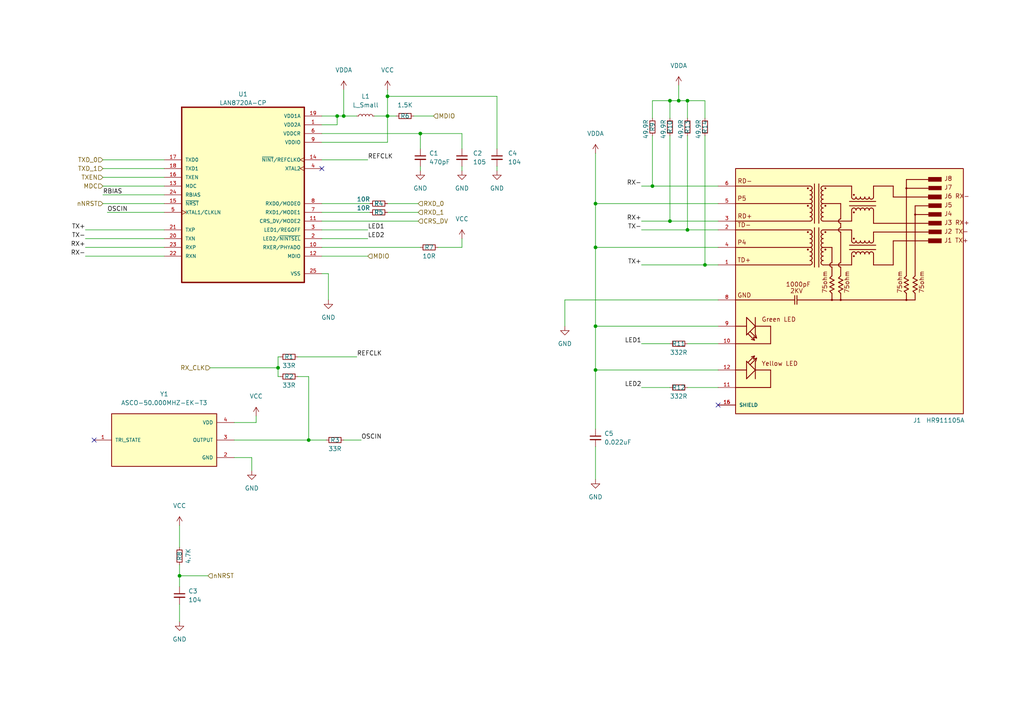
<source format=kicad_sch>
(kicad_sch (version 20211123) (generator eeschema)
  (paper "A4")
  (lib_symbols
    (symbol "ASCO-50.000MHZ-EK-T3:ASCO-50.000MHZ-EK-T3" (pin_names (offset 1.016))
      (property "Reference" "Y" (at -15.24 8.128 0))
      (property "Value" "ASCO-50.000MHZ-EK-T3" (at -15.24 -10.16 0))
      (symbol "ASCO-50.000MHZ-EK-T3_0_0"
        (rectangle (start -15.24 -7.62) (end 15.24 7.62) (stroke (width 0.254)) (fill (type background)))
        (pin passive line (at -20.32 0 0) (length 5.08) (name "TRI_STATE") (number "1"))
        (pin power_in line (at 20.32 -5.08 180) (length 5.08) (name "GND") (number "2"))
        (pin output line (at 20.32 0 180) (length 5.08) (name "OUTPUT") (number "3"))
        (pin power_in line (at 20.32 5.08 180) (length 5.08) (name "VDD") (number "4"))
      )
    )
    (symbol "Device:C_Small" (pin_numbers hide) (pin_names (offset 0.254) hide)
      (property "Reference" "C" (at 0.254 1.778 0))
      (property "Value" "C_Small" (at 0.254 -2.032 0))
      (symbol "C_Small_0_1"
        (polyline (pts (xy -1.524 -0.508) (xy 1.524 -0.508)) (stroke (width 0.3302)))
        (polyline (pts (xy -1.524 0.508) (xy 1.524 0.508)) (stroke (width 0.3048)))
      )
      (symbol "C_Small_1_1"
        (pin passive line (at 0 2.54 270) (length 2.032) (name "~") (number "1"))
        (pin passive line (at 0 -2.54 90) (length 2.032) (name "~") (number "2"))
      )
    )
    (symbol "Device:L_Small" (pin_numbers hide) (pin_names (offset 0.254) hide)
      (property "Reference" "L" (at 0.762 1.016 0))
      (property "Value" "L_Small" (at 0.762 -1.016 0))
      (symbol "L_Small_0_1"
        (arc (start 0 -2.032) (mid 0.508 -1.524) (end 0 -1.016))
        (arc (start 0 -1.016) (mid 0.508 -0.508) (end 0 0))
        (arc (start 0 0) (mid 0.508 0.508) (end 0 1.016))
        (arc (start 0 1.016) (mid 0.508 1.524) (end 0 2.032))
      )
      (symbol "L_Small_1_1"
        (pin passive line (at 0 2.54 270) (length 0.508) (name "~") (number "1"))
        (pin passive line (at 0 -2.54 90) (length 0.508) (name "~") (number "2"))
      )
    )
    (symbol "Device:R_Small" (pin_numbers hide) (pin_names (offset 0.254) hide)
      (property "Reference" "R" (at 0.762 0.508 0))
      (property "Value" "R_Small" (at 0.762 -1.016 0))
      (symbol "R_Small_0_1"
        (rectangle (start -0.762 1.778) (end 0.762 -1.778) (stroke (width 0.2032)))
      )
      (symbol "R_Small_1_1"
        (pin passive line (at 0 2.54 270) (length 0.762) (name "~") (number "1"))
        (pin passive line (at 0 -2.54 90) (length 0.762) (name "~") (number "2"))
      )
    )
    (symbol "HR911105A:HR911105A" (pin_names (offset 1.016))
      (property "Reference" "J" (at -33.1724 36.2458 0))
      (property "Value" "HR911105A" (at -33.1216 -38.227 0))
      (symbol "HR911105A_0_0"
        (rectangle (start -33.02 -35.56) (end 33.02 35.56) (stroke (width 0.254)) (fill (type background)))
        (circle (center -12.065 12.065) (radius 0.1524) (stroke (width 0.254)))
        (circle (center -12.065 17.145) (radius 0.1524) (stroke (width 0.254)))
        (circle (center -12.065 24.765) (radius 0.1524) (stroke (width 0.254)))
        (circle (center -12.065 29.845) (radius 0.1524) (stroke (width 0.254)))
        (arc (start -11.43 7.62) (mid -10.981 7.806) (end -10.795 8.255) (stroke (width 0.254)))
        (arc (start -11.43 8.89) (mid -11.0269 9.1219) (end -10.795 9.525) (stroke (width 0.254)))
        (arc (start -11.43 10.16) (mid -10.981 10.346) (end -10.795 10.795) (stroke (width 0.254)))
        (arc (start -11.43 11.43) (mid -10.981 11.616) (end -10.795 12.065) (stroke (width 0.254)))
        (arc (start -11.43 12.7) (mid -10.981 12.886) (end -10.795 13.335) (stroke (width 0.254)))
        (arc (start -11.43 13.97) (mid -10.981 14.156) (end -10.795 14.605) (stroke (width 0.254)))
        (arc (start -11.43 15.24) (mid -10.981 15.426) (end -10.795 15.875) (stroke (width 0.254)))
        (arc (start -11.43 16.51) (mid -10.981 16.696) (end -10.795 17.145) (stroke (width 0.254)))
        (arc (start -11.43 20.32) (mid -10.981 20.506) (end -10.795 20.955) (stroke (width 0.254)))
        (arc (start -11.43 21.59) (mid -11.0269 21.8219) (end -10.795 22.225) (stroke (width 0.254)))
        (arc (start -11.43 22.86) (mid -10.981 23.046) (end -10.795 23.495) (stroke (width 0.254)))
        (arc (start -11.43 24.13) (mid -10.981 24.316) (end -10.795 24.765) (stroke (width 0.254)))
        (arc (start -11.43 25.4) (mid -10.981 25.586) (end -10.795 26.035) (stroke (width 0.254)))
        (arc (start -11.43 26.67) (mid -10.981 26.856) (end -10.795 27.305) (stroke (width 0.254)))
        (arc (start -11.43 27.94) (mid -10.981 28.126) (end -10.795 28.575) (stroke (width 0.254)))
        (arc (start -11.43 29.21) (mid -10.981 29.396) (end -10.795 29.845) (stroke (width 0.254)))
        (arc (start -10.795 8.255) (mid -10.981 8.704) (end -11.43 8.89) (stroke (width 0.254)))
        (arc (start -10.795 9.525) (mid -10.981 9.974) (end -11.43 10.16) (stroke (width 0.254)))
        (arc (start -10.795 10.795) (mid -10.981 11.244) (end -11.43 11.43) (stroke (width 0.254)))
        (arc (start -10.795 12.065) (mid -10.981 12.514) (end -11.43 12.7) (stroke (width 0.254)))
        (arc (start -10.795 13.335) (mid -10.981 13.784) (end -11.43 13.97) (stroke (width 0.254)))
        (arc (start -10.795 14.605) (mid -10.981 15.054) (end -11.43 15.24) (stroke (width 0.254)))
        (arc (start -10.795 15.875) (mid -10.981 16.324) (end -11.43 16.51) (stroke (width 0.254)))
        (arc (start -10.795 17.145) (mid -10.981 17.594) (end -11.43 17.78) (stroke (width 0.254)))
        (arc (start -10.795 20.955) (mid -10.981 21.404) (end -11.43 21.59) (stroke (width 0.254)))
        (arc (start -10.795 22.225) (mid -10.981 22.674) (end -11.43 22.86) (stroke (width 0.254)))
        (arc (start -10.795 23.495) (mid -10.981 23.944) (end -11.43 24.13) (stroke (width 0.254)))
        (arc (start -10.795 24.765) (mid -10.981 25.214) (end -11.43 25.4) (stroke (width 0.254)))
        (arc (start -10.795 26.035) (mid -10.981 26.484) (end -11.43 26.67) (stroke (width 0.254)))
        (arc (start -10.795 27.305) (mid -10.981 27.754) (end -11.43 27.94) (stroke (width 0.254)))
        (arc (start -10.795 28.575) (mid -10.981 29.024) (end -11.43 29.21) (stroke (width 0.254)))
        (arc (start -10.795 29.845) (mid -10.981 30.294) (end -11.43 30.48) (stroke (width 0.254)))
        (arc (start -8.255 8.255) (mid -8.069 7.806) (end -7.62 7.62) (stroke (width 0.254)))
        (arc (start -8.255 9.525) (mid -8.069 9.076) (end -7.62 8.89) (stroke (width 0.254)))
        (arc (start -8.255 10.795) (mid -8.069 10.346) (end -7.62 10.16) (stroke (width 0.254)))
        (arc (start -8.255 12.065) (mid -8.069 11.616) (end -7.62 11.43) (stroke (width 0.254)))
        (arc (start -8.255 13.335) (mid -8.069 12.886) (end -7.62 12.7) (stroke (width 0.254)))
        (arc (start -8.255 14.605) (mid -8.069 14.156) (end -7.62 13.97) (stroke (width 0.254)))
        (arc (start -8.255 15.875) (mid -8.069 15.426) (end -7.62 15.24) (stroke (width 0.254)))
        (arc (start -8.255 17.145) (mid -8.069 16.696) (end -7.62 16.51) (stroke (width 0.254)))
        (arc (start -8.255 20.955) (mid -8.069 20.506) (end -7.62 20.32) (stroke (width 0.254)))
        (arc (start -8.255 22.225) (mid -8.069 21.776) (end -7.62 21.59) (stroke (width 0.254)))
        (arc (start -8.255 23.495) (mid -8.069 23.046) (end -7.62 22.86) (stroke (width 0.254)))
        (arc (start -8.255 24.765) (mid -8.069 24.316) (end -7.62 24.13) (stroke (width 0.254)))
        (arc (start -8.255 26.035) (mid -8.069 25.586) (end -7.62 25.4) (stroke (width 0.254)))
        (arc (start -8.255 27.305) (mid -8.069 26.856) (end -7.62 26.67) (stroke (width 0.254)))
        (arc (start -8.255 28.575) (mid -8.069 28.126) (end -7.62 27.94) (stroke (width 0.254)))
        (arc (start -8.255 29.845) (mid -8.069 29.396) (end -7.62 29.21) (stroke (width 0.254)))
        (arc (start -7.62 8.89) (mid -8.069 8.704) (end -8.255 8.255) (stroke (width 0.254)))
        (arc (start -7.62 10.16) (mid -8.069 9.974) (end -8.255 9.525) (stroke (width 0.254)))
        (arc (start -7.62 11.43) (mid -8.069 11.244) (end -8.255 10.795) (stroke (width 0.254)))
        (arc (start -7.62 12.7) (mid -8.069 12.514) (end -8.255 12.065) (stroke (width 0.254)))
        (arc (start -7.62 13.97) (mid -8.069 13.784) (end -8.255 13.335) (stroke (width 0.254)))
        (arc (start -7.62 15.24) (mid -8.069 15.054) (end -8.255 14.605) (stroke (width 0.254)))
        (arc (start -7.62 16.51) (mid -8.0231 16.2781) (end -8.255 15.875) (stroke (width 0.254)))
        (arc (start -7.62 17.78) (mid -8.069 17.594) (end -8.255 17.145) (stroke (width 0.254)))
        (arc (start -7.62 21.59) (mid -8.069 21.404) (end -8.255 20.955) (stroke (width 0.254)))
        (arc (start -7.62 22.86) (mid -8.069 22.674) (end -8.255 22.225) (stroke (width 0.254)))
        (arc (start -7.62 24.13) (mid -8.069 23.944) (end -8.255 23.495) (stroke (width 0.254)))
        (arc (start -7.62 25.4) (mid -8.069 25.214) (end -8.255 24.765) (stroke (width 0.254)))
        (arc (start -7.62 26.67) (mid -8.069 26.484) (end -8.255 26.035) (stroke (width 0.254)))
        (arc (start -7.62 27.94) (mid -8.069 27.754) (end -8.255 27.305) (stroke (width 0.254)))
        (arc (start -7.62 29.21) (mid -8.0231 28.9781) (end -8.255 28.575) (stroke (width 0.254)))
        (arc (start -7.62 30.48) (mid -8.069 30.294) (end -8.255 29.845) (stroke (width 0.254)))
        (circle (center -6.985 12.065) (radius 0.1524) (stroke (width 0.254)))
        (circle (center -6.985 17.145) (radius 0.1524) (stroke (width 0.254)))
        (circle (center -6.985 24.765) (radius 0.1524) (stroke (width 0.254)))
        (circle (center -6.985 29.845) (radius 0.1524) (stroke (width 0.254)))
        (arc (start -5.715 7.62) (mid -5.529 7.171) (end -5.08 6.985) (stroke (width 0.254)))
        (circle (center -5.08 -2.54) (radius 0.1778) (stroke (width 0.254)))
        (arc (start -5.08 8.255) (mid -5.529 8.069) (end -5.715 7.62) (stroke (width 0.254)))
        (arc (start -3.175 7.62) (mid -2.989 7.171) (end -2.54 6.985) (stroke (width 0.254)))
        (arc (start -3.175 17.78) (mid -2.989 17.331) (end -2.54 17.145) (stroke (width 0.254)))
        (arc (start -3.175 20.32) (mid -2.989 19.871) (end -2.54 19.685) (stroke (width 0.254)))
        (circle (center -2.54 -2.54) (radius 0.1778) (stroke (width 0.254)))
        (arc (start -2.54 8.255) (mid -2.989 8.069) (end -3.175 7.62) (stroke (width 0.254)))
        (arc (start -2.54 18.415) (mid -2.989 18.229) (end -3.175 17.78) (stroke (width 0.254)))
        (arc (start -2.54 20.955) (mid -2.989 20.769) (end -3.175 20.32) (stroke (width 0.254)))
        (polyline (pts (xy -33.02 -27.94) (xy -22.86 -27.94)) (stroke (width 0.254)))
        (polyline (pts (xy -33.02 -15.24) (xy -22.86 -15.24)) (stroke (width 0.254)))
        (polyline (pts (xy -33.02 12.7) (xy -11.43 12.7)) (stroke (width 0.254)))
        (polyline (pts (xy -33.02 20.32) (xy -11.43 20.32)) (stroke (width 0.254)))
        (polyline (pts (xy -29.845 -25.4) (xy -27.305 -22.86)) (stroke (width 0.254)))
        (polyline (pts (xy -29.845 -22.86) (xy -33.02 -22.86)) (stroke (width 0.254)))
        (polyline (pts (xy -29.845 -22.86) (xy -29.845 -25.4)) (stroke (width 0.254)))
        (polyline (pts (xy -29.845 -20.32) (xy -29.845 -22.86)) (stroke (width 0.254)))
        (polyline (pts (xy -29.845 -12.7) (xy -29.845 -10.16)) (stroke (width 0.254)))
        (polyline (pts (xy -29.845 -10.16) (xy -33.02 -10.16)) (stroke (width 0.254)))
        (polyline (pts (xy -29.845 -10.16) (xy -29.845 -7.62)) (stroke (width 0.254)))
        (polyline (pts (xy -29.845 -7.62) (xy -27.305 -10.16)) (stroke (width 0.254)))
        (polyline (pts (xy -29.464 -20.701) (xy -29.845 -20.32)) (stroke (width 0.254)))
        (polyline (pts (xy -29.464 -20.701) (xy -27.559 -18.796)) (stroke (width 0.254)))
        (polyline (pts (xy -29.464 -12.319) (xy -29.845 -12.7)) (stroke (width 0.254)))
        (polyline (pts (xy -29.464 -12.319) (xy -27.559 -14.224)) (stroke (width 0.254)))
        (polyline (pts (xy -28.829 -21.336) (xy -29.464 -20.701)) (stroke (width 0.254)))
        (polyline (pts (xy -28.829 -21.336) (xy -26.924 -19.431)) (stroke (width 0.254)))
        (polyline (pts (xy -28.829 -11.684) (xy -29.464 -12.319)) (stroke (width 0.254)))
        (polyline (pts (xy -28.829 -11.684) (xy -26.924 -13.589)) (stroke (width 0.254)))
        (polyline (pts (xy -27.559 -18.796) (xy -28.448 -19.05)) (stroke (width 0.254)))
        (polyline (pts (xy -27.559 -18.796) (xy -27.813 -19.685)) (stroke (width 0.254)))
        (polyline (pts (xy -27.559 -14.224) (xy -28.448 -13.97)) (stroke (width 0.254)))
        (polyline (pts (xy -27.559 -14.224) (xy -27.813 -13.335)) (stroke (width 0.254)))
        (polyline (pts (xy -27.305 -22.86) (xy -28.829 -21.336)) (stroke (width 0.254)))
        (polyline (pts (xy -27.305 -22.86) (xy -27.305 -25.4)) (stroke (width 0.254)))
        (polyline (pts (xy -27.305 -22.86) (xy -22.86 -22.86)) (stroke (width 0.254)))
        (polyline (pts (xy -27.305 -20.32) (xy -27.305 -22.86)) (stroke (width 0.254)))
        (polyline (pts (xy -27.305 -12.7) (xy -27.305 -10.16)) (stroke (width 0.254)))
        (polyline (pts (xy -27.305 -10.16) (xy -28.829 -11.684)) (stroke (width 0.254)))
        (polyline (pts (xy -27.305 -10.16) (xy -27.305 -7.62)) (stroke (width 0.254)))
        (polyline (pts (xy -27.305 -10.16) (xy -22.86 -10.16)) (stroke (width 0.254)))
        (polyline (pts (xy -26.924 -19.431) (xy -27.813 -19.685)) (stroke (width 0.254)))
        (polyline (pts (xy -26.924 -19.431) (xy -27.178 -20.32)) (stroke (width 0.254)))
        (polyline (pts (xy -26.924 -13.589) (xy -27.813 -13.335)) (stroke (width 0.254)))
        (polyline (pts (xy -26.924 -13.589) (xy -27.178 -12.7)) (stroke (width 0.254)))
        (polyline (pts (xy -22.86 -27.94) (xy -22.86 -22.86)) (stroke (width 0.254)))
        (polyline (pts (xy -22.86 -15.24) (xy -22.86 -10.16)) (stroke (width 0.254)))
        (polyline (pts (xy -15.875 -2.54) (xy -33.02 -2.54)) (stroke (width 0.254)))
        (polyline (pts (xy -15.875 -2.54) (xy -15.875 -3.81)) (stroke (width 0.254)))
        (polyline (pts (xy -15.875 -1.27) (xy -15.875 -2.54)) (stroke (width 0.254)))
        (polyline (pts (xy -15.24 -2.54) (xy -15.24 -3.81)) (stroke (width 0.254)))
        (polyline (pts (xy -15.24 -2.54) (xy -15.24 -1.27)) (stroke (width 0.254)))
        (polyline (pts (xy -11.43 7.62) (xy -33.02 7.62)) (stroke (width 0.254)))
        (polyline (pts (xy -11.43 17.78) (xy -33.02 17.78)) (stroke (width 0.254)))
        (polyline (pts (xy -11.43 25.4) (xy -33.02 25.4)) (stroke (width 0.254)))
        (polyline (pts (xy -11.43 30.48) (xy -33.02 30.48)) (stroke (width 0.254)))
        (polyline (pts (xy -10.16 18.415) (xy -10.16 6.985)) (stroke (width 0.254)))
        (polyline (pts (xy -10.16 31.115) (xy -10.16 19.685)) (stroke (width 0.254)))
        (polyline (pts (xy -8.89 18.415) (xy -8.89 6.985)) (stroke (width 0.254)))
        (polyline (pts (xy -8.89 31.115) (xy -8.89 19.685)) (stroke (width 0.254)))
        (polyline (pts (xy -7.62 7.62) (xy -5.715 7.62)) (stroke (width 0.254)))
        (polyline (pts (xy -7.62 20.32) (xy -3.175 20.32)) (stroke (width 0.254)))
        (polyline (pts (xy -7.62 25.4) (xy -2.54 25.4)) (stroke (width 0.254)))
        (polyline (pts (xy -5.715 0) (xy -5.08 -0.635)) (stroke (width 0.254)))
        (polyline (pts (xy -5.715 1.27) (xy -4.445 0.635)) (stroke (width 0.254)))
        (polyline (pts (xy -5.715 2.54) (xy -4.445 1.905)) (stroke (width 0.254)))
        (polyline (pts (xy -5.715 3.81) (xy -4.445 3.175)) (stroke (width 0.254)))
        (polyline (pts (xy -5.715 7.62) (xy -3.175 7.62)) (stroke (width 0.254)))
        (polyline (pts (xy -5.08 -2.54) (xy -15.24 -2.54)) (stroke (width 0.254)))
        (polyline (pts (xy -5.08 -0.635) (xy -5.08 -2.54)) (stroke (width 0.254)))
        (polyline (pts (xy -5.08 4.445) (xy -5.715 3.81)) (stroke (width 0.254)))
        (polyline (pts (xy -5.08 6.985) (xy -5.08 4.445)) (stroke (width 0.254)))
        (polyline (pts (xy -5.08 8.255) (xy -5.08 12.7)) (stroke (width 0.254)))
        (polyline (pts (xy -5.08 12.7) (xy -7.62 12.7)) (stroke (width 0.254)))
        (polyline (pts (xy -4.445 0.635) (xy -5.715 0)) (stroke (width 0.254)))
        (polyline (pts (xy -4.445 1.905) (xy -5.715 1.27)) (stroke (width 0.254)))
        (polyline (pts (xy -4.445 3.175) (xy -5.715 2.54)) (stroke (width 0.254)))
        (polyline (pts (xy -3.175 0) (xy -2.54 -0.635)) (stroke (width 0.254)))
        (polyline (pts (xy -3.175 1.27) (xy -1.905 0.635)) (stroke (width 0.254)))
        (polyline (pts (xy -3.175 2.54) (xy -1.905 1.905)) (stroke (width 0.254)))
        (polyline (pts (xy -3.175 3.81) (xy -1.905 3.175)) (stroke (width 0.254)))
        (polyline (pts (xy -3.175 7.62) (xy 0.635 7.62)) (stroke (width 0.254)))
        (polyline (pts (xy -3.175 17.78) (xy -7.62 17.78)) (stroke (width 0.254)))
        (polyline (pts (xy -3.175 20.32) (xy 0.635 20.32)) (stroke (width 0.254)))
        (polyline (pts (xy -2.54 -0.635) (xy -2.54 -2.54)) (stroke (width 0.254)))
        (polyline (pts (xy -2.54 4.445) (xy -3.175 3.81)) (stroke (width 0.254)))
        (polyline (pts (xy -2.54 6.985) (xy -2.54 4.445)) (stroke (width 0.254)))
        (polyline (pts (xy -2.54 17.145) (xy -2.54 8.255)) (stroke (width 0.254)))
        (polyline (pts (xy -2.54 19.685) (xy -2.54 18.415)) (stroke (width 0.254)))
        (polyline (pts (xy -2.54 25.4) (xy -2.54 20.955)) (stroke (width 0.254)))
        (polyline (pts (xy -1.905 0.635) (xy -3.175 0)) (stroke (width 0.254)))
        (polyline (pts (xy -1.905 1.905) (xy -3.175 1.27)) (stroke (width 0.254)))
        (polyline (pts (xy -1.905 3.175) (xy -3.175 2.54)) (stroke (width 0.254)))
        (polyline (pts (xy 0 12.065) (xy 7.62 12.065)) (stroke (width 0.254)))
        (polyline (pts (xy 0 13.335) (xy 7.62 13.335)) (stroke (width 0.254)))
        (polyline (pts (xy 0 24.765) (xy 7.62 24.765)) (stroke (width 0.254)))
        (polyline (pts (xy 0 26.035) (xy 7.62 26.035)) (stroke (width 0.254)))
        (polyline (pts (xy 0.635 7.62) (xy 0.635 10.795)) (stroke (width 0.254)))
        (polyline (pts (xy 0.635 14.605) (xy 0.635 17.78)) (stroke (width 0.254)))
        (polyline (pts (xy 0.635 17.78) (xy -3.175 17.78)) (stroke (width 0.254)))
        (polyline (pts (xy 0.635 20.32) (xy 0.635 23.495)) (stroke (width 0.254)))
        (polyline (pts (xy 0.635 27.305) (xy 0.635 30.48)) (stroke (width 0.254)))
        (polyline (pts (xy 0.635 30.48) (xy -7.62 30.48)) (stroke (width 0.254)))
        (polyline (pts (xy 6.985 10.795) (xy 6.985 7.62)) (stroke (width 0.254)))
        (polyline (pts (xy 6.985 17.145) (xy 6.985 14.605)) (stroke (width 0.254)))
        (polyline (pts (xy 6.985 23.495) (xy 6.985 19.685)) (stroke (width 0.254)))
        (polyline (pts (xy 6.985 30.48) (xy 6.985 27.305)) (stroke (width 0.254)))
        (polyline (pts (xy 12.7 7.62) (xy 6.985 7.62)) (stroke (width 0.254)))
        (polyline (pts (xy 12.7 14.605) (xy 12.7 7.62)) (stroke (width 0.254)))
        (polyline (pts (xy 12.7 27.305) (xy 12.7 30.48)) (stroke (width 0.254)))
        (polyline (pts (xy 12.7 30.48) (xy 6.985 30.48)) (stroke (width 0.254)))
        (polyline (pts (xy 15.875 0) (xy 16.51 -0.635)) (stroke (width 0.254)))
        (polyline (pts (xy 15.875 1.27) (xy 17.145 0.635)) (stroke (width 0.254)))
        (polyline (pts (xy 15.875 2.54) (xy 17.145 1.905)) (stroke (width 0.254)))
        (polyline (pts (xy 15.875 3.81) (xy 17.145 3.175)) (stroke (width 0.254)))
        (polyline (pts (xy 16.51 -0.635) (xy 16.51 -2.54)) (stroke (width 0.254)))
        (polyline (pts (xy 16.51 4.445) (xy 15.875 3.81)) (stroke (width 0.254)))
        (polyline (pts (xy 16.51 29.845) (xy 16.51 4.445)) (stroke (width 0.254)))
        (polyline (pts (xy 16.51 29.845) (xy 23.495 29.845)) (stroke (width 0.254)))
        (polyline (pts (xy 16.51 32.385) (xy 16.51 29.845)) (stroke (width 0.254)))
        (polyline (pts (xy 17.145 0.635) (xy 15.875 0)) (stroke (width 0.254)))
        (polyline (pts (xy 17.145 1.905) (xy 15.875 1.27)) (stroke (width 0.254)))
        (polyline (pts (xy 17.145 3.175) (xy 15.875 2.54)) (stroke (width 0.254)))
        (polyline (pts (xy 18.415 0) (xy 19.05 -0.635)) (stroke (width 0.254)))
        (polyline (pts (xy 18.415 1.27) (xy 19.685 0.635)) (stroke (width 0.254)))
        (polyline (pts (xy 18.415 2.54) (xy 19.685 1.905)) (stroke (width 0.254)))
        (polyline (pts (xy 18.415 3.81) (xy 19.685 3.175)) (stroke (width 0.254)))
        (polyline (pts (xy 19.05 -2.54) (xy -5.08 -2.54)) (stroke (width 0.254)))
        (polyline (pts (xy 19.05 -0.635) (xy 19.05 -2.54)) (stroke (width 0.254)))
        (polyline (pts (xy 19.05 4.445) (xy 18.415 3.81)) (stroke (width 0.254)))
        (polyline (pts (xy 19.05 22.225) (xy 19.05 4.445)) (stroke (width 0.254)))
        (polyline (pts (xy 19.05 22.225) (xy 23.495 22.225)) (stroke (width 0.254)))
        (polyline (pts (xy 19.05 24.765) (xy 19.05 22.225)) (stroke (width 0.254)))
        (polyline (pts (xy 19.685 0.635) (xy 18.415 0)) (stroke (width 0.254)))
        (polyline (pts (xy 19.685 1.905) (xy 18.415 1.27)) (stroke (width 0.254)))
        (polyline (pts (xy 19.685 3.175) (xy 18.415 2.54)) (stroke (width 0.254)))
        (polyline (pts (xy 23.495 14.605) (xy 12.7 14.605)) (stroke (width 0.254)))
        (polyline (pts (xy 23.495 17.145) (xy 6.985 17.145)) (stroke (width 0.254)))
        (polyline (pts (xy 23.495 19.685) (xy 6.985 19.685)) (stroke (width 0.254)))
        (polyline (pts (xy 23.495 24.765) (xy 19.05 24.765)) (stroke (width 0.254)))
        (polyline (pts (xy 23.495 27.305) (xy 12.7 27.305)) (stroke (width 0.254)))
        (polyline (pts (xy 23.495 32.385) (xy 16.51 32.385)) (stroke (width 0.254)))
        (arc (start 0.635 14.605) (mid 0.821 14.156) (end 1.27 13.97) (stroke (width 0.254)))
        (arc (start 0.635 27.305) (mid 0.821 26.856) (end 1.27 26.67) (stroke (width 0.254)))
        (circle (center 1.27 10.16) (radius 0.1524) (stroke (width 0.254)))
        (arc (start 1.27 11.43) (mid 0.821 11.244) (end 0.635 10.795) (stroke (width 0.254)))
        (arc (start 1.27 13.97) (mid 1.719 14.156) (end 1.905 14.605) (stroke (width 0.254)))
        (circle (center 1.27 15.24) (radius 0.1524) (stroke (width 0.254)))
        (circle (center 1.27 22.86) (radius 0.1524) (stroke (width 0.254)))
        (arc (start 1.27 24.13) (mid 0.821 23.944) (end 0.635 23.495) (stroke (width 0.254)))
        (arc (start 1.27 26.67) (mid 1.719 26.856) (end 1.905 27.305) (stroke (width 0.254)))
        (circle (center 1.27 27.94) (radius 0.1524) (stroke (width 0.254)))
        (arc (start 1.905 10.795) (mid 1.719 11.244) (end 1.27 11.43) (stroke (width 0.254)))
        (arc (start 1.905 14.605) (mid 2.091 14.156) (end 2.54 13.97) (stroke (width 0.254)))
        (arc (start 1.905 23.495) (mid 1.719 23.944) (end 1.27 24.13) (stroke (width 0.254)))
        (arc (start 1.905 27.305) (mid 2.091 26.856) (end 2.54 26.67) (stroke (width 0.254)))
        (arc (start 2.54 11.43) (mid 2.091 11.244) (end 1.905 10.795) (stroke (width 0.254)))
        (arc (start 2.54 13.97) (mid 2.989 14.156) (end 3.175 14.605) (stroke (width 0.254)))
        (arc (start 2.54 24.13) (mid 2.091 23.944) (end 1.905 23.495) (stroke (width 0.254)))
        (arc (start 2.54 26.67) (mid 2.989 26.856) (end 3.175 27.305) (stroke (width 0.254)))
        (arc (start 3.175 10.795) (mid 2.989 11.244) (end 2.54 11.43) (stroke (width 0.254)))
        (arc (start 3.175 14.605) (mid 3.361 14.156) (end 3.81 13.97) (stroke (width 0.254)))
        (arc (start 3.175 23.495) (mid 2.989 23.944) (end 2.54 24.13) (stroke (width 0.254)))
        (arc (start 3.175 27.305) (mid 3.361 26.856) (end 3.81 26.67) (stroke (width 0.254)))
        (arc (start 3.81 11.43) (mid 3.361 11.244) (end 3.175 10.795) (stroke (width 0.254)))
        (arc (start 3.81 13.97) (mid 4.259 14.156) (end 4.445 14.605) (stroke (width 0.254)))
        (arc (start 3.81 24.13) (mid 3.361 23.944) (end 3.175 23.495) (stroke (width 0.254)))
        (arc (start 3.81 26.67) (mid 4.259 26.856) (end 4.445 27.305) (stroke (width 0.254)))
        (arc (start 4.445 10.795) (mid 4.259 11.244) (end 3.81 11.43) (stroke (width 0.254)))
        (arc (start 4.445 14.605) (mid 4.631 14.156) (end 5.08 13.97) (stroke (width 0.254)))
        (arc (start 4.445 23.495) (mid 4.259 23.944) (end 3.81 24.13) (stroke (width 0.254)))
        (arc (start 4.445 27.305) (mid 4.631 26.856) (end 5.08 26.67) (stroke (width 0.254)))
        (arc (start 5.08 11.43) (mid 4.631 11.244) (end 4.445 10.795) (stroke (width 0.254)))
        (arc (start 5.08 13.97) (mid 5.529 14.156) (end 5.715 14.605) (stroke (width 0.254)))
        (arc (start 5.08 24.13) (mid 4.631 23.944) (end 4.445 23.495) (stroke (width 0.254)))
        (arc (start 5.08 26.67) (mid 5.529 26.856) (end 5.715 27.305) (stroke (width 0.254)))
        (arc (start 5.715 10.795) (mid 5.529 11.244) (end 5.08 11.43) (stroke (width 0.254)))
        (arc (start 5.715 14.605) (mid 5.901 14.156) (end 6.35 13.97) (stroke (width 0.254)))
        (arc (start 5.715 23.495) (mid 5.529 23.944) (end 5.08 24.13) (stroke (width 0.254)))
        (arc (start 5.715 27.305) (mid 5.901 26.856) (end 6.35 26.67) (stroke (width 0.254)))
        (arc (start 6.35 11.43) (mid 5.901 11.244) (end 5.715 10.795) (stroke (width 0.254)))
        (arc (start 6.35 13.97) (mid 6.799 14.156) (end 6.985 14.605) (stroke (width 0.254)))
        (arc (start 6.35 24.13) (mid 5.901 23.944) (end 5.715 23.495) (stroke (width 0.254)))
        (arc (start 6.35 26.67) (mid 6.799 26.856) (end 6.985 27.305) (stroke (width 0.254)))
        (arc (start 6.985 10.795) (mid 6.799 11.244) (end 6.35 11.43) (stroke (width 0.254)))
        (arc (start 6.985 23.495) (mid 6.799 23.944) (end 6.35 24.13) (stroke (width 0.254)))
        (circle (center 16.51 -2.54) (radius 0.1778) (stroke (width 0.254)))
        (circle (center 16.51 29.845) (radius 0.1778) (stroke (width 0.254)))
        (circle (center 19.05 22.225) (radius 0.1778) (stroke (width 0.254)))
        (rectangle (start 22.8854 26.7208) (end 26.67 27.94) (fill (type outline)))
        (rectangle (start 22.9108 13.9954) (end 26.67 15.24) (fill (type outline)))
        (rectangle (start 22.9108 31.8262) (end 26.67 33.02) (fill (type outline)))
        (rectangle (start 22.9616 19.1262) (end 26.67 20.32) (fill (type outline)))
        (rectangle (start 22.9616 21.6916) (end 26.6446 22.8346) (fill (type outline)))
        (rectangle (start 22.9616 24.2316) (end 26.67 25.4) (fill (type outline)))
        (rectangle (start 22.987 29.3624) (end 26.67 30.4546) (fill (type outline)))
        (rectangle (start 23.0124 16.6116) (end 26.67 17.78) (fill (type outline)))
        (text "1000pF" (at -18.4912 1.2446 0) (effects (font (size 1.27 1.27)) (justify left bottom)))
        (text "2KV" (at -17.2212 -0.6604 0) (effects (font (size 1.27 1.27)) (justify left bottom)))
        (text "75ohm" (at -6.4008 -0.6604 900) (effects (font (size 1.27 1.27)) (justify left bottom)))
        (text "75ohm" (at 0 -0.6604 900) (effects (font (size 1.27 1.27)) (justify left bottom)))
        (text "75ohm" (at 15.3416 -0.6604 900) (effects (font (size 1.27 1.27)) (justify left bottom)))
        (text "75ohm" (at 21.6916 -0.6604 900) (effects (font (size 1.27 1.27)) (justify left bottom)))
        (text "GND" (at -32.5374 -1.905 0) (effects (font (size 1.27 1.27)) (justify left bottom)))
        (text "Green LED" (at -25.5016 -8.9154 0) (effects (font (size 1.27 1.27)) (justify left bottom)))
        (text "J1 TX+" (at 27.432 13.9954 0) (effects (font (size 1.27 1.27)) (justify left bottom)))
        (text "J2 TX-" (at 27.4574 16.5862 0) (effects (font (size 1.27 1.27)) (justify left bottom)))
        (text "J3 RX+" (at 27.4574 19.1516 0) (effects (font (size 1.27 1.27)) (justify left bottom)))
        (text "J4" (at 27.4574 21.717 0) (effects (font (size 1.27 1.27)) (justify left bottom)))
        (text "J5" (at 27.4828 24.257 0) (effects (font (size 1.27 1.27)) (justify left bottom)))
        (text "J6 RX-" (at 27.4574 26.8224 0) (effects (font (size 1.27 1.27)) (justify left bottom)))
        (text "J7" (at 27.4574 29.3624 0) (effects (font (size 1.27 1.27)) (justify left bottom)))
        (text "J8" (at 27.4574 31.9278 0) (effects (font (size 1.27 1.27)) (justify left bottom)))
        (text "P4" (at -32.5374 13.4112 0) (effects (font (size 1.27 1.27)) (justify left bottom)))
        (text "P5" (at -32.5374 26.162 0) (effects (font (size 1.27 1.27)) (justify left bottom)))
        (text "RD+" (at -32.4866 21.0312 0) (effects (font (size 1.27 1.27)) (justify left bottom)))
        (text "RD-" (at -32.4866 31.2166 0) (effects (font (size 1.27 1.27)) (justify left bottom)))
        (text "TD+" (at -32.5628 8.3058 0) (effects (font (size 1.27 1.27)) (justify left bottom)))
        (text "TD-" (at -32.512 18.4912 0) (effects (font (size 1.27 1.27)) (justify left bottom)))
        (text "Yellow LED" (at -25.527 -21.717 0) (effects (font (size 1.27 1.27)) (justify left bottom)))
        (pin passive line (at -38.1 7.62 0) (length 5.08) (name "~") (number "1"))
        (pin passive line (at -38.1 -15.24 0) (length 5.08) (name "~") (number "10"))
        (pin passive line (at -38.1 -27.94 0) (length 5.08) (name "~") (number "11"))
        (pin passive line (at -38.1 -22.86 0) (length 5.08) (name "~") (number "12"))
        (pin passive line (at -38.1 -33.02 0) (length 5.08) (name "SHIELD") (number "15"))
        (pin passive line (at -38.1 -33.02 0) (length 5.08) (name "SHIELD") (number "16"))
        (pin passive line (at -38.1 17.78 0) (length 5.08) (name "~") (number "2"))
        (pin passive line (at -38.1 20.32 0) (length 5.08) (name "~") (number "3"))
        (pin passive line (at -38.1 12.7 0) (length 5.08) (name "~") (number "4"))
        (pin passive line (at -38.1 25.4 0) (length 5.08) (name "~") (number "5"))
        (pin passive line (at -38.1 30.48 0) (length 5.08) (name "~") (number "6"))
        (pin power_in line (at -38.1 -2.54 0) (length 5.08) (name "~") (number "8"))
        (pin passive line (at -38.1 -10.16 0) (length 5.08) (name "~") (number "9"))
      )
    )
    (symbol "LAN8720A-CP:LAN8720A-CP" (pin_names (offset 1.016))
      (property "Reference" "U" (at -17.78 25.4 0))
      (property "Value" "LAN8720A-CP" (at -17.8054 -27.9908 0))
      (symbol "LAN8720A-CP_0_0"
        (rectangle (start -17.78 -25.4) (end 17.78 25.4) (stroke (width 0.4064)) (fill (type background)))
        (pin power_in line (at 22.86 20.32 180) (length 5.08) (name "VDD2A") (number "1"))
        (pin bidirectional line (at 22.86 -15.24 180) (length 5.08) (name "RXER/PHYADO") (number "10"))
        (pin bidirectional line (at 22.86 -7.62 180) (length 5.08) (name "CRS_DV/MODE2") (number "11"))
        (pin bidirectional line (at 22.86 -17.78 180) (length 5.08) (name "MDIO") (number "12"))
        (pin input line (at -22.86 2.54 0) (length 5.08) (name "MDC") (number "13"))
        (pin output clock (at 22.86 10.16 180) (length 5.08) (name "~{NINT}/REFCLKO") (number "14"))
        (pin input line (at -22.86 -2.54 0) (length 5.08) (name "~{NRST}") (number "15"))
        (pin input line (at -22.86 5.08 0) (length 5.08) (name "TXEN") (number "16"))
        (pin input line (at -22.86 10.16 0) (length 5.08) (name "TXD0") (number "17"))
        (pin input line (at -22.86 7.62 0) (length 5.08) (name "TXD1") (number "18"))
        (pin power_in line (at 22.86 22.86 180) (length 5.08) (name "VDD1A") (number "19"))
        (pin bidirectional line (at 22.86 -12.7 180) (length 5.08) (name "LED2/~{NINTSEL}") (number "2"))
        (pin bidirectional line (at -22.86 -12.7 0) (length 5.08) (name "TXN") (number "20"))
        (pin bidirectional line (at -22.86 -10.16 0) (length 5.08) (name "TXP") (number "21"))
        (pin bidirectional line (at -22.86 -17.78 0) (length 5.08) (name "RXN") (number "22"))
        (pin bidirectional line (at -22.86 -15.24 0) (length 5.08) (name "RXP") (number "23"))
        (pin input line (at -22.86 0 0) (length 5.08) (name "RBIAS") (number "24"))
        (pin power_in line (at 22.86 -22.86 180) (length 5.08) (name "VSS") (number "25"))
        (pin bidirectional line (at 22.86 -10.16 180) (length 5.08) (name "LED1/REGOFF") (number "3"))
        (pin output clock (at 22.86 7.62 180) (length 5.08) (name "XTAL2") (number "4"))
        (pin input clock (at -22.86 -5.08 0) (length 5.08) (name "XTAL1/CLKLN") (number "5"))
        (pin power_in line (at 22.86 17.78 180) (length 5.08) (name "VDDCR") (number "6"))
        (pin bidirectional line (at 22.86 -5.08 180) (length 5.08) (name "RXD1/MODE1") (number "7"))
        (pin bidirectional line (at 22.86 -2.54 180) (length 5.08) (name "RXD0/MODE0") (number "8"))
        (pin power_in line (at 22.86 15.24 180) (length 5.08) (name "VDDIO") (number "9"))
      )
    )
    (symbol "power:GND" (power) (pin_names (offset 0))
      (property "Value" "GND" (at 0 -3.81 0))
      (symbol "GND_0_1"
        (polyline (pts (xy 0 0) (xy 0 -1.27) (xy 1.27 -1.27) (xy 0 -2.54) (xy -1.27 -1.27) (xy 0 -1.27)))
      )
      (symbol "GND_1_1"
        (pin power_in line (at 0 0 270) (length 0) hide (name "GND") (number "1"))
      )
    )
    (symbol "power:VCC" (power) (pin_names (offset 0))
      (property "Value" "VCC" (at 0 3.81 0))
      (symbol "VCC_0_1"
        (polyline (pts (xy -0.762 1.27) (xy 0 2.54)))
        (polyline (pts (xy 0 0) (xy 0 2.54)))
        (polyline (pts (xy 0 2.54) (xy 0.762 1.27)))
      )
      (symbol "VCC_1_1"
        (pin power_in line (at 0 0 90) (length 0) hide (name "VCC") (number "1"))
      )
    )
    (symbol "power:VDDA" (power) (pin_names (offset 0))
      (property "Value" "VDDA" (at 0 3.81 0))
      (symbol "VDDA_0_1"
        (polyline (pts (xy -0.762 1.27) (xy 0 2.54)))
        (polyline (pts (xy 0 0) (xy 0 2.54)))
        (polyline (pts (xy 0 2.54) (xy 0.762 1.27)))
      )
      (symbol "VDDA_1_1"
        (pin power_in line (at 0 0 90) (length 0) hide (name "VDDA") (number "1"))
      )
    )
  )
  (junction (at 204.47 76.835))
  (junction (at 196.85 29.21))
  (junction (at 172.72 59.055))
  (junction (at 199.39 66.675))
  (junction (at 112.395 27.94))
  (junction (at 189.23 53.975))
  (junction (at 99.695 33.655))
  (junction (at 52.07 167.005))
  (junction (at 89.535 127.635))
  (junction (at 172.72 94.615))
  (junction (at 194.31 64.135))
  (junction (at 194.31 29.21))
  (junction (at 112.395 33.655))
  (junction (at 80.645 106.68))
  (junction (at 121.92 38.735))
  (junction (at 199.39 29.21))
  (junction (at 97.79 33.655))
  (junction (at 172.72 71.755))
  (junction (at 172.72 107.315))
  (no_connect (at 93.345 48.895))
  (no_connect (at 27.305 127.635))
  (no_connect (at 208.28 117.475))
  (wire (pts (xy 172.72 44.45) (xy 172.72 59.055)))
  (wire (pts (xy 29.845 59.055) (xy 47.625 59.055)))
  (wire (pts (xy 189.23 53.975) (xy 208.28 53.975)))
  (wire (pts (xy 93.345 36.195) (xy 97.79 36.195)))
  (wire (pts (xy 93.345 69.215) (xy 106.68 69.215)))
  (wire (pts (xy 194.31 29.21) (xy 194.31 34.29)))
  (wire (pts (xy 172.72 107.315) (xy 208.28 107.315)))
  (wire (pts (xy 73.025 136.525) (xy 73.025 132.715)))
  (wire (pts (xy 186.055 53.975) (xy 189.23 53.975)))
  (wire (pts (xy 93.345 79.375) (xy 95.25 79.375)))
  (wire (pts (xy 172.72 94.615) (xy 172.72 107.315)))
  (wire (pts (xy 112.395 59.055) (xy 121.285 59.055)))
  (wire (pts (xy 29.845 56.515) (xy 47.625 56.515)))
  (wire (pts (xy 112.395 27.94) (xy 112.395 33.655)))
  (wire (pts (xy 112.395 33.655) (xy 114.935 33.655)))
  (wire (pts (xy 81.28 103.505) (xy 80.645 103.505)))
  (wire (pts (xy 133.985 69.215) (xy 133.985 71.755)))
  (wire (pts (xy 194.31 64.135) (xy 208.28 64.135)))
  (wire (pts (xy 189.23 39.37) (xy 189.23 53.975)))
  (wire (pts (xy 172.72 71.755) (xy 208.28 71.755)))
  (wire (pts (xy 93.345 74.295) (xy 106.68 74.295)))
  (wire (pts (xy 74.295 120.65) (xy 74.295 122.555)))
  (wire (pts (xy 112.395 26.035) (xy 112.395 27.94)))
  (wire (pts (xy 67.945 127.635) (xy 89.535 127.635)))
  (wire (pts (xy 186.055 99.695) (xy 194.31 99.695)))
  (wire (pts (xy 121.92 43.18) (xy 121.92 38.735)))
  (wire (pts (xy 172.72 59.055) (xy 172.72 71.755)))
  (wire (pts (xy 199.39 29.21) (xy 196.85 29.21)))
  (wire (pts (xy 99.695 33.655) (xy 103.505 33.655)))
  (wire (pts (xy 52.07 167.005) (xy 52.07 170.18)))
  (wire (pts (xy 204.47 29.21) (xy 199.39 29.21)))
  (wire (pts (xy 196.85 29.21) (xy 194.31 29.21)))
  (wire (pts (xy 81.28 109.22) (xy 80.645 109.22)))
  (wire (pts (xy 47.625 71.755) (xy 24.765 71.755)))
  (wire (pts (xy 199.39 99.695) (xy 208.28 99.695)))
  (wire (pts (xy 194.31 39.37) (xy 194.31 64.135)))
  (wire (pts (xy 93.345 33.655) (xy 97.79 33.655)))
  (wire (pts (xy 204.47 34.29) (xy 204.47 29.21)))
  (wire (pts (xy 80.645 103.505) (xy 80.645 106.68)))
  (wire (pts (xy 120.015 33.655) (xy 125.73 33.655)))
  (wire (pts (xy 172.72 107.315) (xy 172.72 124.46)))
  (wire (pts (xy 133.985 38.735) (xy 121.92 38.735)))
  (wire (pts (xy 99.695 26.035) (xy 99.695 33.655)))
  (wire (pts (xy 97.79 33.655) (xy 99.695 33.655)))
  (wire (pts (xy 144.145 27.94) (xy 144.145 43.18)))
  (wire (pts (xy 52.07 167.005) (xy 60.325 167.005)))
  (wire (pts (xy 208.28 86.995) (xy 163.83 86.995)))
  (wire (pts (xy 89.535 109.22) (xy 89.535 127.635)))
  (wire (pts (xy 144.145 48.26) (xy 144.145 49.53)))
  (wire (pts (xy 86.36 109.22) (xy 89.535 109.22)))
  (wire (pts (xy 186.055 66.675) (xy 199.39 66.675)))
  (wire (pts (xy 95.25 79.375) (xy 95.25 86.995)))
  (wire (pts (xy 93.345 71.755) (xy 121.92 71.755)))
  (wire (pts (xy 186.055 64.135) (xy 194.31 64.135)))
  (wire (pts (xy 121.92 38.735) (xy 93.345 38.735)))
  (wire (pts (xy 133.985 48.26) (xy 133.985 49.53)))
  (wire (pts (xy 89.535 127.635) (xy 94.615 127.635)))
  (wire (pts (xy 29.845 51.435) (xy 47.625 51.435)))
  (wire (pts (xy 47.625 69.215) (xy 24.765 69.215)))
  (wire (pts (xy 189.23 29.21) (xy 189.23 34.29)))
  (wire (pts (xy 133.985 43.18) (xy 133.985 38.735)))
  (wire (pts (xy 172.72 59.055) (xy 208.28 59.055)))
  (wire (pts (xy 196.85 24.765) (xy 196.85 29.21)))
  (wire (pts (xy 186.055 76.835) (xy 204.47 76.835)))
  (wire (pts (xy 29.845 53.975) (xy 47.625 53.975)))
  (wire (pts (xy 29.845 48.895) (xy 47.625 48.895)))
  (wire (pts (xy 112.395 41.275) (xy 112.395 33.655)))
  (wire (pts (xy 133.985 71.755) (xy 127 71.755)))
  (wire (pts (xy 74.295 122.555) (xy 67.945 122.555)))
  (wire (pts (xy 108.585 33.655) (xy 112.395 33.655)))
  (wire (pts (xy 86.36 103.505) (xy 103.505 103.505)))
  (wire (pts (xy 52.07 163.83) (xy 52.07 167.005)))
  (wire (pts (xy 97.79 36.195) (xy 97.79 33.655)))
  (wire (pts (xy 60.96 106.68) (xy 80.645 106.68)))
  (wire (pts (xy 199.39 39.37) (xy 199.39 66.675)))
  (wire (pts (xy 144.145 27.94) (xy 112.395 27.94)))
  (wire (pts (xy 194.31 29.21) (xy 189.23 29.21)))
  (wire (pts (xy 29.845 46.355) (xy 47.625 46.355)))
  (wire (pts (xy 121.92 48.26) (xy 121.92 49.53)))
  (wire (pts (xy 73.025 132.715) (xy 67.945 132.715)))
  (wire (pts (xy 199.39 66.675) (xy 208.28 66.675)))
  (wire (pts (xy 31.115 61.595) (xy 47.625 61.595)))
  (wire (pts (xy 52.07 152.4) (xy 52.07 158.75)))
  (wire (pts (xy 204.47 76.835) (xy 208.28 76.835)))
  (wire (pts (xy 204.47 39.37) (xy 204.47 76.835)))
  (wire (pts (xy 172.72 71.755) (xy 172.72 94.615)))
  (wire (pts (xy 47.625 66.675) (xy 24.765 66.675)))
  (wire (pts (xy 47.625 74.295) (xy 24.765 74.295)))
  (wire (pts (xy 93.345 59.055) (xy 107.315 59.055)))
  (wire (pts (xy 52.07 175.26) (xy 52.07 180.34)))
  (wire (pts (xy 93.345 46.355) (xy 106.68 46.355)))
  (wire (pts (xy 80.645 109.22) (xy 80.645 106.68)))
  (wire (pts (xy 93.345 64.135) (xy 121.285 64.135)))
  (wire (pts (xy 172.72 94.615) (xy 208.28 94.615)))
  (wire (pts (xy 99.695 127.635) (xy 104.775 127.635)))
  (wire (pts (xy 112.395 61.595) (xy 121.285 61.595)))
  (wire (pts (xy 93.345 61.595) (xy 107.315 61.595)))
  (wire (pts (xy 163.83 86.995) (xy 163.83 94.615)))
  (wire (pts (xy 93.345 41.275) (xy 112.395 41.275)))
  (wire (pts (xy 186.055 112.395) (xy 194.31 112.395)))
  (wire (pts (xy 199.39 112.395) (xy 208.28 112.395)))
  (wire (pts (xy 172.72 129.54) (xy 172.72 139.065)))
  (wire (pts (xy 199.39 29.21) (xy 199.39 34.29)))
  (wire (pts (xy 93.345 66.675) (xy 106.68 66.675)))
  (label "RX-" (at 186.055 53.975 180))
  (label "TX-" (at 186.055 66.675 180))
  (label "REFCLK" (at 106.68 46.355 0))
  (label "LED2" (at 186.055 112.395 180))
  (label "RX+" (at 186.055 64.135 180))
  (label "TX+" (at 24.765 66.675 180))
  (label "LED2" (at 106.68 69.215 0))
  (label "REFCLK" (at 103.505 103.505 0))
  (label "TX-" (at 24.765 69.215 180))
  (label "RBIAS" (at 29.845 56.515 0))
  (label "LED1" (at 106.68 66.675 0))
  (label "TX+" (at 186.055 76.835 180))
  (label "OSCIN" (at 31.115 61.595 0))
  (label "LED1" (at 186.055 99.695 180))
  (label "RX-" (at 24.765 74.295 180))
  (label "OSCIN" (at 104.775 127.635 0))
  (label "RX+" (at 24.765 71.755 180))
  (hierarchical_label "MDIO" (shape input) (at 106.68 74.295 0))
  (hierarchical_label "RXD_0" (shape input) (at 121.285 59.055 0))
  (hierarchical_label "TXEN" (shape input) (at 29.845 51.435 180))
  (hierarchical_label "RXD_1" (shape input) (at 121.285 61.595 0))
  (hierarchical_label "TXD_1" (shape input) (at 29.845 48.895 180))
  (hierarchical_label "nNRST" (shape input) (at 60.325 167.005 0))
  (hierarchical_label "MDIO" (shape input) (at 125.73 33.655 0))
  (hierarchical_label "MDC" (shape input) (at 29.845 53.975 180))
  (hierarchical_label "RX_CLK" (shape input) (at 60.96 106.68 180))
  (hierarchical_label "nNRST" (shape input) (at 29.845 59.055 180))
  (hierarchical_label "TXD_0" (shape input) (at 29.845 46.355 180))
  (hierarchical_label "CRS_DV" (shape input) (at 121.285 64.135 0))
  (symbol (lib_id "Device:R_Small") (at 199.39 36.83 0) (mirror x) (unit 1)
    (property "Reference" "R13" (at 199.39 36.83 90))
    (property "Value" "49.9R" (at 197.485 37.465 90))
  )
  (symbol (lib_id "Device:C_Small") (at 144.145 45.72 0) (unit 1)
    (property "Reference" "C4" (at 147.32 44.4562 0) (effects (justify left)))
    (property "Value" "104" (at 147.32 46.9962 0) (effects (justify left)))
  )
  (symbol (lib_id "power:GND") (at 144.145 49.53 0) (unit 1)
    (property "Reference" "#PWR011" (effects hide))
    (property "Value" "GND" (at 144.145 54.61 0))
  )
  (symbol (lib_id "Device:C_Small") (at 121.92 45.72 0) (unit 1)
    (property "Reference" "C1" (at 124.46 44.4562 0) (effects (justify left)))
    (property "Value" "470pF" (at 124.46 46.9962 0) (effects (justify left)))
  )
  (symbol (lib_id "Device:R_Small") (at 189.23 36.83 0) (mirror x) (unit 1)
    (property "Reference" "R9" (at 189.23 36.83 90))
    (property "Value" "49.9R" (at 187.325 37.465 90))
  )
  (symbol (lib_id "Device:R_Small") (at 196.85 99.695 270) (mirror x) (unit 1)
    (property "Reference" "R11" (at 196.85 99.695 90))
    (property "Value" "332R" (at 196.85 102.235 90))
  )
  (symbol (lib_id "Device:R_Small") (at 97.155 127.635 270) (mirror x) (unit 1)
    (property "Reference" "R3" (at 97.155 127.635 90))
    (property "Value" "33R" (at 97.155 130.175 90))
  )
  (symbol (lib_id "power:VCC") (at 52.07 152.4 0) (unit 1)
    (property "Reference" "#PWR09" (effects hide))
    (property "Value" "VCC" (at 52.07 146.685 0))
  )
  (symbol (lib_id "power:GND") (at 52.07 180.34 0) (unit 1)
    (property "Reference" "#PWR010" (effects hide))
    (property "Value" "GND" (at 52.07 185.42 0))
  )
  (symbol (lib_id "Device:R_Small") (at 109.855 61.595 270) (mirror x) (unit 1)
    (property "Reference" "R5" (at 109.855 61.595 90))
    (property "Value" "10R" (at 105.41 60.325 90))
  )
  (symbol (lib_id "Device:C_Small") (at 172.72 127 0) (unit 1)
    (property "Reference" "C5" (at 175.26 125.7362 0) (effects (justify left)))
    (property "Value" "0.022uF" (at 175.26 128.2762 0) (effects (justify left)))
  )
  (symbol (lib_id "power:VDDA") (at 99.695 26.035 0) (unit 1)
    (property "Reference" "#PWR04" (effects hide))
    (property "Value" "VDDA" (at 99.695 20.32 0))
  )
  (symbol (lib_id "Device:R_Small") (at 194.31 36.83 0) (mirror x) (unit 1)
    (property "Reference" "R10" (at 194.31 36.83 90))
    (property "Value" "49.9R" (at 192.405 37.465 90))
  )
  (symbol (lib_id "power:GND") (at 133.985 49.53 0) (unit 1)
    (property "Reference" "#PWR07" (effects hide))
    (property "Value" "GND" (at 133.985 54.61 0))
  )
  (symbol (lib_id "HR911105A:HR911105A") (at 246.38 84.455 0) (unit 1)
    (property "Reference" "J1" (at 264.795 121.92 0) (effects (justify left)))
    (property "Value" "HR911105A" (at 268.605 121.92 0) (effects (justify left)))
    (property "Footprint" "Footprint:HANRUN_HR911105A" (effects hide))
    (property "PARTREV" "A" (effects hide))
    (property "PACKAGE" "None" (effects hide))
    (property "MF" "HanRun" (effects hide))
    (property "STANDARD" "Manufacturer Recommendation" (effects hide))
    (property "MP" "HR911105A" (effects hide))
    (property "AVAILABILITY" "Unavailable" (effects hide))
    (property "DESCRIPTION" "DIP RJ45 Connector;" (effects hide))
    (property "PRICE" "None" (effects hide))
  )
  (symbol (lib_id "Device:R_Small") (at 83.82 109.22 270) (mirror x) (unit 1)
    (property "Reference" "R2" (at 83.82 109.22 90))
    (property "Value" "33R" (at 83.82 111.76 90))
  )
  (symbol (lib_id "power:GND") (at 73.025 136.525 0) (unit 1)
    (property "Reference" "#PWR01" (effects hide))
    (property "Value" "GND" (at 73.025 141.605 0))
  )
  (symbol (lib_id "Device:R_Small") (at 52.07 161.29 0) (mirror y) (unit 1)
    (property "Reference" "R8" (at 52.07 161.29 90))
    (property "Value" "4.7K" (at 54.61 161.29 90))
  )
  (symbol (lib_id "power:VCC") (at 133.985 69.215 0) (unit 1)
    (property "Reference" "#PWR08" (effects hide))
    (property "Value" "VCC" (at 133.985 63.5 0))
  )
  (symbol (lib_id "Device:C_Small") (at 52.07 172.72 0) (unit 1)
    (property "Reference" "C3" (at 54.61 171.4562 0) (effects (justify left)))
    (property "Value" "104" (at 54.61 173.9962 0) (effects (justify left)))
  )
  (symbol (lib_id "Device:R_Small") (at 83.82 103.505 270) (mirror x) (unit 1)
    (property "Reference" "R1" (at 83.82 103.505 90))
    (property "Value" "33R" (at 83.82 106.045 90))
  )
  (symbol (lib_id "Device:L_Small") (at 106.045 33.655 90) (unit 1)
    (property "Reference" "L1" (at 106.045 27.94 90))
    (property "Value" "L_Small" (at 106.045 30.48 90))
  )
  (symbol (lib_id "Device:R_Small") (at 109.855 59.055 90) (mirror x) (unit 1)
    (property "Reference" "R4" (at 109.855 59.055 90))
    (property "Value" "10R" (at 105.41 57.785 90))
  )
  (symbol (lib_id "Device:C_Small") (at 133.985 45.72 0) (unit 1)
    (property "Reference" "C2" (at 137.16 44.4562 0) (effects (justify left)))
    (property "Value" "105" (at 137.16 46.9962 0) (effects (justify left)))
  )
  (symbol (lib_id "power:VCC") (at 112.395 26.035 0) (unit 1)
    (property "Reference" "#PWR05" (effects hide))
    (property "Value" "VCC" (at 112.395 20.32 0))
  )
  (symbol (lib_id "Device:R_Small") (at 204.47 36.83 0) (mirror x) (unit 1)
    (property "Reference" "R14" (at 204.47 36.83 90))
    (property "Value" "49.9R" (at 202.565 37.465 90))
  )
  (symbol (lib_id "power:GND") (at 121.92 49.53 0) (unit 1)
    (property "Reference" "#PWR06" (effects hide))
    (property "Value" "GND" (at 121.92 54.61 0))
  )
  (symbol (lib_id "power:VDDA") (at 172.72 44.45 0) (unit 1)
    (property "Reference" "#PWR013" (effects hide))
    (property "Value" "VDDA" (at 172.72 38.735 0))
  )
  (symbol (lib_id "Device:R_Small") (at 124.46 71.755 270) (mirror x) (unit 1)
    (property "Reference" "R7" (at 124.46 71.755 90))
    (property "Value" "10R" (at 124.46 74.295 90))
  )
  (symbol (lib_id "power:GND") (at 172.72 139.065 0) (unit 1)
    (property "Reference" "#PWR014" (effects hide))
    (property "Value" "GND" (at 172.72 144.145 0))
  )
  (symbol (lib_id "power:VCC") (at 74.295 120.65 0) (unit 1)
    (property "Reference" "#PWR02" (effects hide))
    (property "Value" "VCC" (at 74.295 114.935 0))
  )
  (symbol (lib_id "ASCO-50.000MHZ-EK-T3:ASCO-50.000MHZ-EK-T3") (at 47.625 127.635 0) (unit 1)
    (property "Reference" "Y1" (at 47.625 114.3 0))
    (property "Value" "ASCO-50.000MHZ-EK-T3" (at 47.625 116.84 0))
    (property "Footprint" "Footprint:XTAL_ASCO-50.000MHZ-EK-T3" (effects hide))
    (property "PARTREV" "10.12.2017" (effects hide))
    (property "MANUFACTURER" "Abracon" (effects hide))
    (property "STANDARD" "Manufacturer Recommendations" (effects hide))
    (property "MAXIMUM_PACKAGE_HEIGHT" "0.7 mm" (effects hide))
    (property "SNAPEDA_PN" "ASCO-50.000MHZ-EK-T3" (effects hide))
  )
  (symbol (lib_id "power:GND") (at 163.83 94.615 0) (unit 1)
    (property "Reference" "#PWR012" (effects hide))
    (property "Value" "GND" (at 163.83 99.695 0))
  )
  (symbol (lib_id "power:GND") (at 95.25 86.995 0) (unit 1)
    (property "Reference" "#PWR03" (effects hide))
    (property "Value" "GND" (at 95.25 92.075 0))
  )
  (symbol (lib_id "power:VDDA") (at 196.85 24.765 0) (unit 1)
    (property "Reference" "#PWR015" (effects hide))
    (property "Value" "VDDA" (at 196.85 19.05 0))
  )
  (symbol (lib_id "Device:R_Small") (at 117.475 33.655 90) (mirror x) (unit 1)
    (property "Reference" "R6" (at 117.475 33.655 90))
    (property "Value" "1.5K" (at 117.475 30.48 90))
  )
  (symbol (lib_id "LAN8720A-CP:LAN8720A-CP") (at 70.485 56.515 0) (unit 1)
    (property "Reference" "U1" (at 70.485 27.305 0))
    (property "Value" "LAN8720A-CP" (at 70.485 29.845 0))
    (property "Footprint" "Footprint:QFN50P400X400X100-25N" (effects hide))
    (property "PARTREV" "B" (effects hide))
    (property "STANDARD" "IPC-7351B" (effects hide))
    (property "MANUFACTURER" "MICROCHIP" (effects hide))
  )
  (symbol (lib_id "Device:R_Small") (at 196.85 112.395 270) (mirror x) (unit 1)
    (property "Reference" "R12" (at 196.85 112.395 90))
    (property "Value" "332R" (at 196.85 114.935 90))
  )
)
</source>
